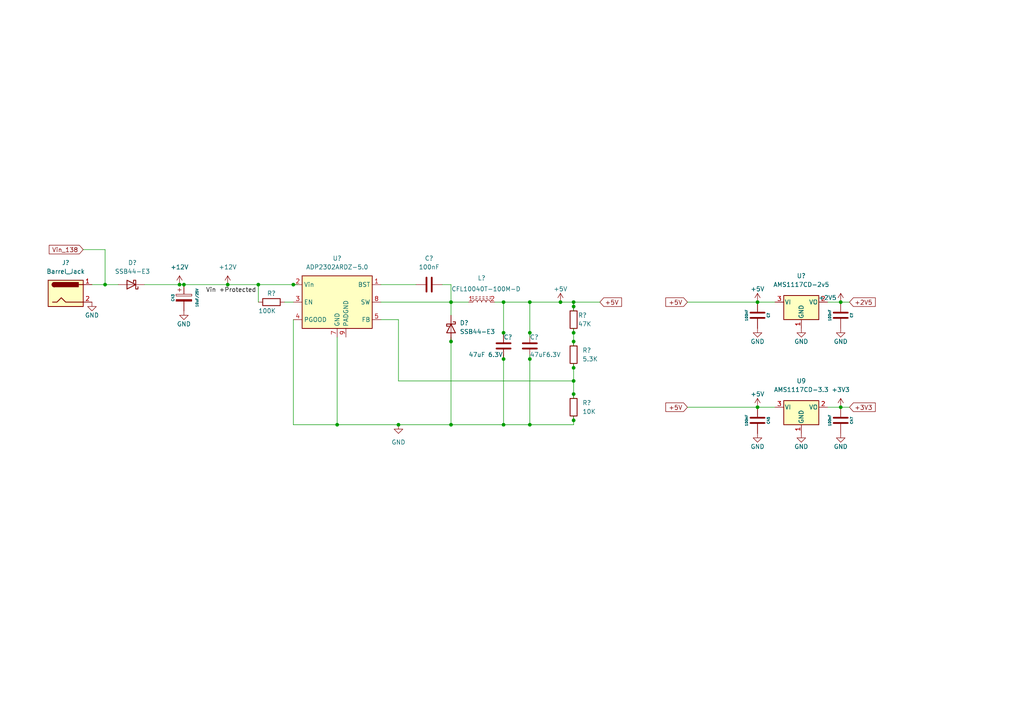
<source format=kicad_sch>
(kicad_sch (version 20230121) (generator eeschema)
  (paper "A4")
  (lib_symbols
    (symbol "Connector:Barrel_Jack" (pin_names (offset 1.016))
      (property "Reference" "J" (at 0 5.334 0))
      (property "Value" "Barrel_Jack" (at 0 -5.08 0))
      (symbol "Barrel_Jack_0_1"
        (rectangle (start -5.08 3.81) (end 5.08 -3.81) (stroke (width 0.254)) (fill (type background)))
        (arc (start -3.302 3.175) (mid -3.9343 2.54) (end -3.302 1.905) (stroke (width 0.254)))
        (arc (start -3.302 3.175) (mid -3.9343 2.54) (end -3.302 1.905) (stroke (width 0.254)) (fill (type outline)))
        (polyline (pts (xy 5.08 2.54) (xy 3.81 2.54)) (stroke (width 0.254)))
        (polyline (pts (xy -3.81 -2.54) (xy -2.54 -2.54) (xy -1.27 -1.27) (xy 0 -2.54) (xy 2.54 -2.54) (xy 5.08 -2.54)) (stroke (width 0.254)))
        (rectangle (start 3.683 3.175) (end -3.302 1.905) (stroke (width 0.254)) (fill (type outline)))
      )
      (symbol "Barrel_Jack_1_1"
        (pin passive line (at 7.62 2.54 180) (length 2.54) (name "~") (number "1"))
        (pin passive line (at 7.62 -2.54 180) (length 2.54) (name "~") (number "2"))
      )
    )
    (symbol "Device:C" (pin_numbers hide) (pin_names (offset 0.254))
      (property "Reference" "C" (at 0.635 2.54 0))
      (property "Value" "C" (at 0.635 -2.54 0))
      (symbol "C_0_1"
        (polyline (pts (xy -2.032 -0.762) (xy 2.032 -0.762)) (stroke (width 0.508)))
        (polyline (pts (xy -2.032 0.762) (xy 2.032 0.762)) (stroke (width 0.508)))
      )
      (symbol "C_1_1"
        (pin passive line (at 0 3.81 270) (length 2.794) (name "~") (number "1"))
        (pin passive line (at 0 -3.81 90) (length 2.794) (name "~") (number "2"))
      )
    )
    (symbol "Device:CFL10040T-100M-D" (pin_names (offset 1.016) hide)
      (property "Reference" "L" (at -1.27 0 90))
      (property "Value" "CFL10040T-100M-D" (at 1.905 0.889 0))
      (symbol "CFL10040T-100M-D_0_1"
        (polyline (pts (xy -0.889 -0.381) (xy -0.381 -0.381)))
        (polyline (pts (xy -0.381 -0.889) (xy -0.889 -0.889)))
        (polyline (pts (xy 0.127 -0.381) (xy 0.635 -0.381)))
        (polyline (pts (xy 0.635 -0.889) (xy 0.127 -0.889)))
        (polyline (pts (xy 1.143 -0.381) (xy 1.651 -0.381)))
        (polyline (pts (xy 1.651 -0.889) (xy 1.143 -0.889)))
        (polyline (pts (xy 2.159 -0.381) (xy 2.667 -0.381)))
        (polyline (pts (xy 2.667 -0.889) (xy 2.159 -0.889)))
        (polyline (pts (xy 3.175 -0.381) (xy 3.683 -0.381)))
        (polyline (pts (xy 3.683 -0.889) (xy 3.175 -0.889)))
        (polyline (pts (xy 4.191 -0.381) (xy 4.699 -0.381)))
        (polyline (pts (xy 4.699 -0.889) (xy 4.191 -0.889)))
        (arc (start 0.635 -1.905) (mid 0 -1.2727) (end -0.635 -1.905))
        (arc (start 1.905 -1.905) (mid 1.27 -1.2727) (end 0.635 -1.905))
        (arc (start 3.175 -1.905) (mid 2.54 -1.2727) (end 1.905 -1.905))
        (arc (start 4.445 -1.905) (mid 3.81 -1.2727) (end 3.175 -1.905))
      )
      (symbol "CFL10040T-100M-D_1_1"
        (pin passive line (at -1.905 -1.905 0) (length 1.27) (name "1") (number "1"))
        (pin passive line (at 5.715 -1.905 180) (length 1.27) (name "2") (number "2"))
      )
    )
    (symbol "Device:D_Schottky" (pin_numbers hide) (pin_names (offset 1.016) hide)
      (property "Reference" "D" (at 0 2.54 0))
      (property "Value" "D_Schottky" (at 0 -2.54 0))
      (symbol "D_Schottky_0_1"
        (polyline (pts (xy 1.27 0) (xy -1.27 0)))
        (polyline (pts (xy 1.27 1.27) (xy 1.27 -1.27) (xy -1.27 0) (xy 1.27 1.27)) (stroke (width 0.254)))
        (polyline (pts (xy -1.905 0.635) (xy -1.905 1.27) (xy -1.27 1.27) (xy -1.27 -1.27) (xy -0.635 -1.27) (xy -0.635 -0.635)) (stroke (width 0.254)))
      )
      (symbol "D_Schottky_1_1"
        (pin passive line (at -3.81 0 0) (length 2.54) (name "K") (number "1"))
        (pin passive line (at 3.81 0 180) (length 2.54) (name "A") (number "2"))
      )
    )
    (symbol "Device:R" (pin_numbers hide) (pin_names (offset 0))
      (property "Reference" "R" (at 2.032 0 90))
      (property "Value" "R" (at 0 0 90))
      (symbol "R_0_1"
        (rectangle (start -1.016 -2.54) (end 1.016 2.54) (stroke (width 0.254)))
      )
      (symbol "R_1_1"
        (pin passive line (at 0 3.81 270) (length 1.27) (name "~") (number "1"))
        (pin passive line (at 0 -3.81 90) (length 1.27) (name "~") (number "2"))
      )
    )
    (symbol "Regulator_Linear:AMS1117CD-3.3" (pin_names (offset 0.254))
      (property "Reference" "U" (at -3.81 3.175 0))
      (property "Value" "AMS1117CD-3.3" (at 0 3.175 0))
      (symbol "AMS1117CD-3.3_0_1"
        (rectangle (start -5.08 -5.08) (end 5.08 1.905) (stroke (width 0.254)) (fill (type background)))
      )
      (symbol "AMS1117CD-3.3_1_1"
        (pin power_in line (at 0 -7.62 90) (length 2.54) (name "GND") (number "1"))
        (pin power_out line (at 7.62 0 180) (length 2.54) (name "VO") (number "2"))
        (pin power_in line (at -7.62 0 0) (length 2.54) (name "VI") (number "3"))
      )
    )
    (symbol "Regulator_Switching:ADP2302ARDZ-5.0"
      (property "Reference" "U" (at -10.16 8.89 0))
      (property "Value" "ADP2302ARDZ-5.0" (at -3.81 8.89 0))
      (symbol "ADP2302ARDZ-5.0_0_1"
        (rectangle (start -10.16 7.62) (end 10.16 -7.62) (stroke (width 0.254)) (fill (type background)))
      )
      (symbol "ADP2302ARDZ-5.0_1_1"
        (pin input line (at 12.7 5.08 180) (length 2.54) (name "BST") (number "1"))
        (pin power_in line (at -12.7 5.08 0) (length 2.54) (name "Vin") (number "2"))
        (pin input line (at -12.7 0 0) (length 2.54) (name "EN") (number "3"))
        (pin output line (at -12.7 -5.08 0) (length 2.54) (name "PGOOD") (number "4"))
        (pin input line (at 12.7 -5.08 180) (length 2.54) (name "FB") (number "5"))
        (pin no_connect line (at -10.16 2.54 0) (length 2.54) hide (name "NC") (number "6"))
        (pin power_in line (at 0 -10.16 90) (length 2.54) (name "GND") (number "7"))
        (pin power_out line (at 12.7 0 180) (length 2.54) (name "SW") (number "8"))
        (pin power_in line (at 2.54 -10.16 90) (length 2.54) (name "PADGND") (number "9"))
      )
    )
    (symbol "Xenir:Cap_Polarized" (pin_names (offset 1.016))
      (property "Reference" "C" (at 0 -5.715 0))
      (property "Value" "Cap_Polarized" (at 0 1.27 0))
      (symbol "Cap_Polarized_1_1"
        (rectangle (start -0.508 -4.826) (end -1.016 -0.254))
        (polyline (pts (xy -2.794 -3.81) (xy -1.778 -3.81)))
        (polyline (pts (xy -2.286 -4.318) (xy -2.286 -3.302)))
        (rectangle (start 0.508 -0.254) (end 1.016 -4.826) (fill (type outline)))
        (pin passive line (at -3.81 -2.54 0) (length 2.794) (name "~") (number "1"))
        (pin passive line (at 3.81 -2.54 180) (length 2.794) (name "~") (number "2"))
      )
    )
    (symbol "Xenir:Capacitor" (pin_names (offset 1.016))
      (property "Reference" "C" (at 0 3.175 0))
      (property "Value" "Capacitor" (at 0 -3.175 0))
      (symbol "Capacitor_1_1"
        (polyline (pts (xy -0.762 -2.032) (xy -0.762 2.032)) (stroke (width 0.508)))
        (polyline (pts (xy 0.762 -2.032) (xy 0.762 2.032)) (stroke (width 0.508)))
        (pin passive line (at -3.81 0 0) (length 2.794) (name "~") (number "1"))
        (pin passive line (at 3.81 0 180) (length 2.794) (name "~") (number "2"))
      )
    )
    (symbol "power:+12V" (power) (pin_names (offset 0))
      (property "Value" "+12V" (at 0 3.556 0))
      (symbol "+12V_0_1"
        (polyline (pts (xy -0.762 1.27) (xy 0 2.54)))
        (polyline (pts (xy 0 0) (xy 0 2.54)))
        (polyline (pts (xy 0 2.54) (xy 0.762 1.27)))
      )
      (symbol "+12V_1_1"
        (pin power_in line (at 0 0 90) (length 0) hide (name "+12V") (number "1"))
      )
    )
    (symbol "power:+2V5" (power) (pin_names (offset 0))
      (property "Value" "+2V5" (at 0 3.556 0))
      (symbol "+2V5_0_1"
        (polyline (pts (xy -0.762 1.27) (xy 0 2.54)))
        (polyline (pts (xy 0 0) (xy 0 2.54)))
        (polyline (pts (xy 0 2.54) (xy 0.762 1.27)))
      )
      (symbol "+2V5_1_1"
        (pin power_in line (at 0 0 90) (length 0) hide (name "+2V5") (number "1"))
      )
    )
    (symbol "power:+3V3" (power) (pin_names (offset 0))
      (property "Value" "+3V3" (at 0 3.556 0))
      (symbol "+3V3_0_1"
        (polyline (pts (xy -0.762 1.27) (xy 0 2.54)))
        (polyline (pts (xy 0 0) (xy 0 2.54)))
        (polyline (pts (xy 0 2.54) (xy 0.762 1.27)))
      )
      (symbol "+3V3_1_1"
        (pin power_in line (at 0 0 90) (length 0) hide (name "+3V3") (number "1"))
      )
    )
    (symbol "power:+5V" (power) (pin_names (offset 0))
      (property "Value" "+5V" (at 0 3.556 0))
      (symbol "+5V_0_1"
        (polyline (pts (xy -0.762 1.27) (xy 0 2.54)))
        (polyline (pts (xy 0 0) (xy 0 2.54)))
        (polyline (pts (xy 0 2.54) (xy 0.762 1.27)))
      )
      (symbol "+5V_1_1"
        (pin power_in line (at 0 0 90) (length 0) hide (name "+5V") (number "1"))
      )
    )
    (symbol "power:GND" (power) (pin_names (offset 0))
      (property "Value" "GND" (at 0 -3.81 0))
      (symbol "GND_0_1"
        (polyline (pts (xy 0 0) (xy 0 -1.27) (xy 1.27 -1.27) (xy 0 -2.54) (xy -1.27 -1.27) (xy 0 -1.27)))
      )
      (symbol "GND_1_1"
        (pin power_in line (at 0 0 270) (length 0) hide (name "GND") (number "1"))
      )
    )
  )
  (junction (at 130.81 87.63))
  (junction (at 219.71 118.11))
  (junction (at 162.56 87.63))
  (junction (at 153.67 87.63))
  (junction (at 166.37 114.3))
  (junction (at 146.05 96.52))
  (junction (at 52.07 82.55))
  (junction (at 115.57 123.19))
  (junction (at 166.37 121.92))
  (junction (at 243.84 118.11))
  (junction (at 146.05 123.19))
  (junction (at 153.67 104.14))
  (junction (at 30.48 82.55))
  (junction (at 153.67 96.52))
  (junction (at 85.09 82.55))
  (junction (at 166.37 88.9))
  (junction (at 166.37 96.52))
  (junction (at 243.84 87.63))
  (junction (at 166.37 87.63))
  (junction (at 153.67 123.19))
  (junction (at 74.93 82.55))
  (junction (at 219.71 87.63))
  (junction (at 166.37 106.68))
  (junction (at 130.81 123.19))
  (junction (at 130.81 99.06))
  (junction (at 146.05 104.14))
  (junction (at 97.79 123.19))
  (junction (at 146.05 87.63))
  (junction (at 166.37 110.49))
  (junction (at 166.37 99.06))
  (junction (at 53.34 82.55))
  (junction (at 66.04 82.55))
  (wire (pts (xy 115.57 92.71) (xy 115.57 110.49)))
  (wire (pts (xy 74.93 82.55) (xy 74.93 87.63)))
  (wire (pts (xy 146.05 102.87) (xy 146.05 104.14)))
  (wire (pts (xy 115.57 123.19) (xy 130.81 123.19)))
  (wire (pts (xy 143.51 87.63) (xy 146.05 87.63)))
  (wire (pts (xy 66.04 82.55) (xy 74.93 82.55)))
  (wire (pts (xy 146.05 123.19) (xy 153.67 123.19)))
  (wire (pts (xy 153.67 87.63) (xy 153.67 96.52)))
  (wire (pts (xy 130.81 123.19) (xy 146.05 123.19)))
  (wire (pts (xy 166.37 114.3) (xy 166.37 115.57)))
  (wire (pts (xy 130.81 87.63) (xy 135.89 87.63)))
  (wire (pts (xy 153.67 96.52) (xy 153.67 97.79)))
  (wire (pts (xy 30.48 72.39) (xy 30.48 82.55)))
  (wire (pts (xy 130.81 97.79) (xy 130.81 99.06)))
  (wire (pts (xy 110.49 82.55) (xy 120.65 82.55)))
  (wire (pts (xy 243.84 87.63) (xy 246.38 87.63)))
  (wire (pts (xy 97.79 97.79) (xy 97.79 123.19)))
  (wire (pts (xy 146.05 96.52) (xy 146.05 97.79)))
  (wire (pts (xy 97.79 123.19) (xy 85.09 123.19)))
  (wire (pts (xy 166.37 87.63) (xy 166.37 88.9)))
  (wire (pts (xy 240.03 87.63) (xy 243.84 87.63)))
  (wire (pts (xy 115.57 110.49) (xy 166.37 110.49)))
  (wire (pts (xy 146.05 87.63) (xy 146.05 96.52)))
  (wire (pts (xy 166.37 88.9) (xy 166.37 90.17)))
  (wire (pts (xy 85.09 82.55) (xy 86.36 82.55)))
  (wire (pts (xy 219.71 118.11) (xy 224.79 118.11)))
  (wire (pts (xy 24.13 72.39) (xy 30.48 72.39)))
  (wire (pts (xy 53.34 82.55) (xy 66.04 82.55)))
  (wire (pts (xy 130.81 91.44) (xy 130.81 87.63)))
  (wire (pts (xy 166.37 87.63) (xy 173.99 87.63)))
  (wire (pts (xy 166.37 95.25) (xy 166.37 96.52)))
  (wire (pts (xy 219.71 87.63) (xy 224.79 87.63)))
  (wire (pts (xy 97.79 123.19) (xy 115.57 123.19)))
  (wire (pts (xy 240.03 118.11) (xy 243.84 118.11)))
  (wire (pts (xy 130.81 99.06) (xy 130.81 123.19)))
  (wire (pts (xy 146.05 87.63) (xy 153.67 87.63)))
  (wire (pts (xy 130.81 82.55) (xy 130.81 87.63)))
  (wire (pts (xy 199.39 118.11) (xy 219.71 118.11)))
  (wire (pts (xy 166.37 105.41) (xy 166.37 106.68)))
  (wire (pts (xy 82.55 87.63) (xy 85.09 87.63)))
  (wire (pts (xy 110.49 92.71) (xy 115.57 92.71)))
  (wire (pts (xy 243.84 118.11) (xy 246.38 118.11)))
  (wire (pts (xy 166.37 106.68) (xy 166.37 110.49)))
  (wire (pts (xy 166.37 120.65) (xy 166.37 121.92)))
  (wire (pts (xy 166.37 96.52) (xy 166.37 99.06)))
  (wire (pts (xy 166.37 99.06) (xy 166.37 100.33)))
  (wire (pts (xy 74.93 82.55) (xy 85.09 82.55)))
  (wire (pts (xy 52.07 82.55) (xy 53.34 82.55)))
  (wire (pts (xy 153.67 87.63) (xy 162.56 87.63)))
  (wire (pts (xy 85.09 123.19) (xy 85.09 92.71)))
  (wire (pts (xy 110.49 87.63) (xy 130.81 87.63)))
  (wire (pts (xy 166.37 121.92) (xy 166.37 123.19)))
  (wire (pts (xy 30.48 82.55) (xy 34.29 82.55)))
  (wire (pts (xy 199.39 87.63) (xy 219.71 87.63)))
  (wire (pts (xy 128.27 82.55) (xy 130.81 82.55)))
  (wire (pts (xy 146.05 104.14) (xy 146.05 123.19)))
  (wire (pts (xy 166.37 110.49) (xy 166.37 114.3)))
  (wire (pts (xy 153.67 102.87) (xy 153.67 104.14)))
  (wire (pts (xy 162.56 87.63) (xy 166.37 87.63)))
  (wire (pts (xy 153.67 104.14) (xy 153.67 123.19)))
  (wire (pts (xy 26.67 82.55) (xy 30.48 82.55)))
  (wire (pts (xy 153.67 123.19) (xy 166.37 123.19)))
  (wire (pts (xy 41.91 82.55) (xy 52.07 82.55)))
  (label "Vin +Protected" (at 59.69 85.09 0))
  (global_label "+5V" (shape input) (at 173.99 87.63 0) (property "Intersheetrefs" "${INTERSHEET_REFS}" (effects hide)))
  (global_label "+2V5" (shape input) (at 246.38 87.63 0) (property "Intersheetrefs" "${INTERSHEET_REFS}" (effects hide)))
  (global_label "Vin_138" (shape input) (at 24.13 72.39 180) (property "Intersheetrefs" "${INTERSHEET_REFS}" (effects hide)))
  (global_label "+5V" (shape input) (at 199.39 87.63 180) (property "Intersheetrefs" "${INTERSHEET_REFS}" (effects hide)))
  (global_label "+5V" (shape input) (at 199.39 118.11 180) (property "Intersheetrefs" "${INTERSHEET_REFS}" (effects hide)))
  (global_label "+3V3" (shape input) (at 246.38 118.11 0) (property "Intersheetrefs" "${INTERSHEET_REFS}" (effects hide)))
  (symbol (lib_id "Device:CFL10040T-100M-D") (at 137.795 85.725 0) (unit 1)
    (property "Reference" "L?" (at 139.7 80.645 0))
    (property "Value" "CFL10040T-100M-D" (at 140.97 83.82 0))
  )
  (symbol (lib_id "Device:R") (at 166.37 102.87 0) (unit 1)
    (property "Reference" "R?" (at 168.91 101.5999 0) (effects (justify left)))
    (property "Value" "5.3K" (at 168.91 104.1399 0) (effects (justify left)))
  )
  (symbol (lib_id "power:+5V") (at 162.56 87.63 0) (unit 1)
    (property "Reference" "#PWR0141" (effects hide))
    (property "Value" "+5V" (at 162.56 83.82 0))
  )
  (symbol (lib_id "Xenir:Cap_Polarized") (at 55.88 86.36 270) (unit 1)
    (property "Reference" "C43" (at 50.165 86.36 0) (effects (font (size 0.7112 0.7112))))
    (property "Value" "10uF/25V" (at 57.15 86.36 0) (effects (font (size 0.7112 0.7112))))
    (property "Footprint" "Capacitor_SMD:C_1206_3216Metric_Pad1.33x1.80mm_HandSolder" (effects hide))
  )
  (symbol (lib_id "power:+3V3") (at 243.84 118.11 0) (unit 1)
    (property "Reference" "#PWR0186" (effects hide))
    (property "Value" "+3V3" (at 243.84 113.03 0))
  )
  (symbol (lib_id "Regulator_Linear:AMS1117CD-3.3") (at 232.41 118.11 0) (unit 1)
    (property "Reference" "U9" (at 232.41 110.49 0))
    (property "Value" "AMS1117CD-3.3" (at 232.41 113.03 0))
    (property "Footprint" "Package_TO_SOT_SMD:TO-252-3_TabPin2" (effects hide))
    (property "Datasheet" "http://www.advanced-monolithic.com/pdf/ds1117.pdf" (effects hide))
  )
  (symbol (lib_id "power:GND") (at 26.67 87.63 0) (unit 1)
    (property "Reference" "#PWR0180" (effects hide))
    (property "Value" "GND" (at 26.67 91.44 0))
  )
  (symbol (lib_id "Device:D_Schottky") (at 38.1 82.55 180) (unit 1)
    (property "Reference" "D?" (at 38.4175 76.2 0))
    (property "Value" "SSB44-E3" (at 38.4175 78.74 0))
  )
  (symbol (lib_id "Connector:Barrel_Jack") (at 19.05 85.09 0) (unit 1)
    (property "Reference" "J?" (at 19.05 76.2 0))
    (property "Value" "Barrel_Jack" (at 19.05 78.74 0))
  )
  (symbol (lib_id "Device:C") (at 124.46 82.55 90) (unit 1)
    (property "Reference" "C?" (at 124.46 74.93 90))
    (property "Value" "100nF" (at 124.46 77.47 90))
    (property "Footprint" "Capacitor_SMD:C_0805_2012Metric_Pad1.18x1.45mm_HandSolder" (effects hide))
  )
  (symbol (lib_id "power:+5V") (at 219.71 87.63 0) (unit 1)
    (property "Reference" "#PWR0145" (effects hide))
    (property "Value" "+5V" (at 219.71 83.82 0))
  )
  (symbol (lib_id "power:GND") (at 243.84 125.73 0) (unit 1)
    (property "Reference" "#PWR0185" (effects hide))
    (property "Value" "GND" (at 243.84 129.54 0))
  )
  (symbol (lib_id "power:GND") (at 219.71 95.25 0) (unit 1)
    (property "Reference" "#PWR0146" (effects hide))
    (property "Value" "GND" (at 219.71 99.06 0))
  )
  (symbol (lib_id "power:GND") (at 232.41 125.73 0) (unit 1)
    (property "Reference" "#PWR0182" (effects hide))
    (property "Value" "GND" (at 232.41 129.54 0))
  )
  (symbol (lib_id "Device:R") (at 166.37 92.71 0) (unit 1)
    (property "Reference" "R?" (at 167.64 91.4399 0) (effects (justify left)))
    (property "Value" "47K" (at 167.64 93.9799 0) (effects (justify left)))
    (property "Footprint" "Resistor_SMD:R_0805_2012Metric_Pad1.20x1.40mm_HandSolder" (effects hide))
  )
  (symbol (lib_id "Regulator_Switching:ADP2302ARDZ-5.0") (at 97.79 87.63 0) (unit 1)
    (property "Reference" "U?" (at 97.79 74.93 0))
    (property "Value" "ADP2302ARDZ-5.0" (at 97.79 77.47 0))
    (property "Footprint" "Package_SO:SOIC-8-1EP_3.9x4.9mm_P1.27mm_EP2.29x3mm" (effects hide))
    (property "Datasheet" "https://www.analog.com/media/en/technical-documentation/data-sheets/ADP2302_2303.pdf" (effects hide))
  )
  (symbol (lib_id "Xenir:Capacitor") (at 243.84 121.92 270) (unit 1)
    (property "Reference" "C47" (at 247.015 121.92 0) (effects (font (size 0.7112 0.7112))))
    (property "Value" "100nF" (at 240.665 121.92 0) (effects (font (size 0.7112 0.7112))))
    (property "Footprint" "Capacitor_SMD:C_0805_2012Metric_Pad1.18x1.45mm_HandSolder" (effects hide))
  )
  (symbol (lib_id "power:GND") (at 232.41 95.25 0) (unit 1)
    (property "Reference" "#PWR0142" (effects hide))
    (property "Value" "GND" (at 232.41 99.06 0))
  )
  (symbol (lib_id "Device:R") (at 166.37 118.11 0) (unit 1)
    (property "Reference" "R?" (at 168.91 116.8399 0) (effects (justify left)))
    (property "Value" "10K" (at 168.91 119.3799 0) (effects (justify left)))
  )
  (symbol (lib_id "Xenir:Capacitor") (at 219.71 91.44 270) (unit 1)
    (property "Reference" "C?" (at 222.885 91.44 0) (effects (font (size 0.7112 0.7112))))
    (property "Value" "100nF" (at 216.535 91.44 0) (effects (font (size 0.7112 0.7112))))
    (property "Footprint" "Capacitor_SMD:C_0805_2012Metric_Pad1.18x1.45mm_HandSolder" (effects hide))
  )
  (symbol (lib_id "Xenir:Capacitor") (at 243.84 91.44 270) (unit 1)
    (property "Reference" "C?" (at 247.015 91.44 0) (effects (font (size 0.7112 0.7112))))
    (property "Value" "100nF" (at 240.665 91.44 0) (effects (font (size 0.7112 0.7112))))
    (property "Footprint" "Capacitor_SMD:C_0805_2012Metric_Pad1.18x1.45mm_HandSolder" (effects hide))
  )
  (symbol (lib_id "power:+5V") (at 219.71 118.11 0) (unit 1)
    (property "Reference" "#PWR0173" (effects hide))
    (property "Value" "+5V" (at 219.71 114.3 0))
  )
  (symbol (lib_id "power:+2V5") (at 243.84 87.63 0) (unit 1)
    (property "Reference" "#PWR0143" (effects hide))
    (property "Value" "+2V5" (at 240.03 86.36 0))
  )
  (symbol (lib_id "power:GND") (at 219.71 125.73 0) (unit 1)
    (property "Reference" "#PWR0178" (effects hide))
    (property "Value" "GND" (at 219.71 129.54 0))
  )
  (symbol (lib_id "power:GND") (at 115.57 123.19 0) (unit 1)
    (property "Reference" "#PWR0174" (effects hide))
    (property "Value" "GND" (at 115.57 128.27 0))
  )
  (symbol (lib_id "power:+12V") (at 66.04 82.55 0) (unit 1)
    (property "Reference" "#PWR0147" (effects hide))
    (property "Value" "+12V" (at 66.04 77.47 0))
  )
  (symbol (lib_id "Xenir:Capacitor") (at 219.71 121.92 270) (unit 1)
    (property "Reference" "C45" (at 222.885 121.92 0) (effects (font (size 0.7112 0.7112))))
    (property "Value" "100nF" (at 216.535 121.92 0) (effects (font (size 0.7112 0.7112))))
    (property "Footprint" "Capacitor_SMD:C_0805_2012Metric_Pad1.18x1.45mm_HandSolder" (effects hide))
  )
  (symbol (lib_id "Device:R") (at 78.74 87.63 90) (unit 1)
    (property "Reference" "R?" (at 78.74 85.09 90))
    (property "Value" "100K" (at 77.47 90.17 90))
    (property "Footprint" "Resistor_SMD:R_0805_2012Metric_Pad1.20x1.40mm_HandSolder" (effects hide))
  )
  (symbol (lib_id "Device:C") (at 146.05 100.33 0) (unit 1)
    (property "Reference" "C?" (at 146.05 97.79 0) (effects (justify left)))
    (property "Value" "47uF 6.3V" (at 135.89 102.87 0) (effects (justify left)))
    (property "Footprint" "Capacitor_SMD:C_0805_2012Metric_Pad1.18x1.45mm_HandSolder" (effects hide))
  )
  (symbol (lib_id "power:GND") (at 53.34 90.17 0) (unit 1)
    (property "Reference" "#PWR0175" (effects hide))
    (property "Value" "GND" (at 53.34 93.98 0))
  )
  (symbol (lib_id "Regulator_Linear:AMS1117CD-3.3") (at 232.41 87.63 0) (unit 1)
    (property "Reference" "U?" (at 232.41 80.01 0))
    (property "Value" "AMS1117CD-2v5" (at 232.41 82.55 0))
    (property "Footprint" "Package_TO_SOT_SMD:TO-252-3_TabPin2" (effects hide))
    (property "Datasheet" "http://www.advanced-monolithic.com/pdf/ds1117.pdf" (effects hide))
  )
  (symbol (lib_id "power:GND") (at 243.84 95.25 0) (unit 1)
    (property "Reference" "#PWR0144" (effects hide))
    (property "Value" "GND" (at 243.84 99.06 0))
  )
  (symbol (lib_id "power:+12V") (at 52.07 82.55 0) (unit 1)
    (property "Reference" "#PWR0176" (effects hide))
    (property "Value" "+12V" (at 52.07 77.47 0))
  )
  (symbol (lib_id "Device:D_Schottky") (at 130.81 95.25 270) (unit 1)
    (property "Reference" "D?" (at 133.35 93.6624 90) (effects (justify left)))
    (property "Value" "SSB44-E3" (at 133.35 96.2024 90) (effects (justify left)))
    (property "Footprint" "Diode_SMD:D_SMA-SMB_Universal_Handsoldering" (effects hide))
  )
  (symbol (lib_id "Device:C") (at 153.67 100.33 0) (unit 1)
    (property "Reference" "C?" (at 153.67 97.79 0) (effects (justify left)))
    (property "Value" "47uF6.3V" (at 153.67 102.87 0) (effects (justify left)))
    (property "Footprint" "Capacitor_SMD:C_0805_2012Metric_Pad1.18x1.45mm_HandSolder" (effects hide))
  )
)
</source>
